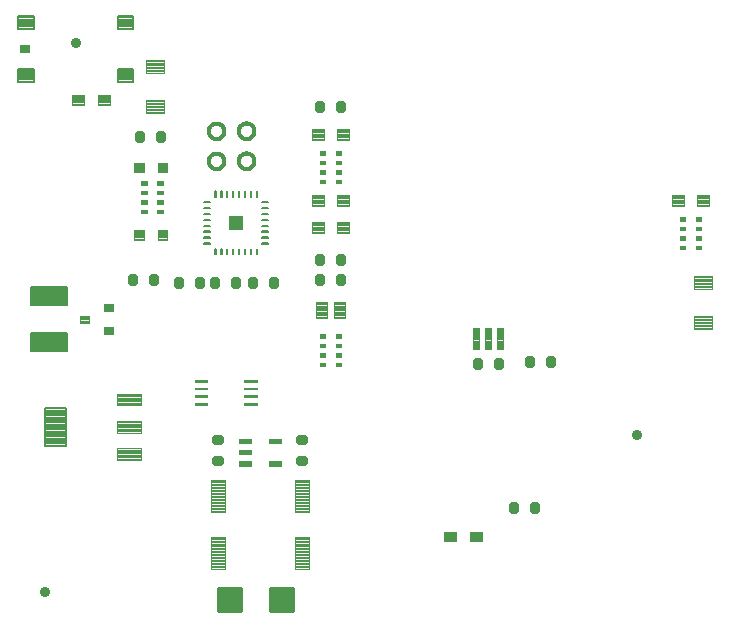
<source format=gtp>
G04 EAGLE Gerber X2 export*
%TF.Part,Single*%
%TF.FileFunction,Paste,Top*%
%TF.FilePolarity,Positive*%
%TF.GenerationSoftware,Autodesk,EAGLE,9.0.1*%
%TF.CreationDate,2019-02-14T11:46:10Z*%
G75*
%MOMM*%
%FSLAX34Y34*%
%LPD*%
%AMOC8*
5,1,8,0,0,1.08239X$1,22.5*%
G01*
%ADD10C,0.304800*%
%ADD11C,0.637437*%
%ADD12C,0.126000*%
%ADD13C,0.108000*%
%ADD14C,0.216000*%
%ADD15C,0.914400*%
%ADD16C,0.109728*%
%ADD17C,0.198000*%
%ADD18C,0.171000*%
%ADD19C,0.089153*%
%ADD20C,0.142719*%
%ADD21R,1.270000X1.270000*%
%ADD22C,0.089838*%
%ADD23C,0.105156*%
%ADD24C,0.079678*%
%ADD25C,0.067453*%
%ADD26C,0.189000*%
%ADD27R,0.889000X0.762000*%
%ADD28C,0.089759*%
%ADD29C,0.080709*%


D10*
X176276Y398780D02*
X176278Y398942D01*
X176284Y399104D01*
X176294Y399266D01*
X176308Y399427D01*
X176326Y399588D01*
X176347Y399749D01*
X176373Y399909D01*
X176403Y400068D01*
X176436Y400227D01*
X176474Y400385D01*
X176515Y400541D01*
X176560Y400697D01*
X176609Y400852D01*
X176662Y401005D01*
X176719Y401157D01*
X176779Y401307D01*
X176843Y401456D01*
X176910Y401604D01*
X176981Y401749D01*
X177056Y401893D01*
X177134Y402035D01*
X177216Y402175D01*
X177301Y402313D01*
X177389Y402449D01*
X177481Y402583D01*
X177576Y402714D01*
X177674Y402843D01*
X177775Y402970D01*
X177879Y403094D01*
X177987Y403215D01*
X178097Y403334D01*
X178210Y403450D01*
X178326Y403563D01*
X178445Y403673D01*
X178566Y403781D01*
X178690Y403885D01*
X178817Y403986D01*
X178946Y404084D01*
X179077Y404179D01*
X179211Y404271D01*
X179347Y404359D01*
X179485Y404444D01*
X179625Y404526D01*
X179767Y404604D01*
X179911Y404679D01*
X180056Y404750D01*
X180204Y404817D01*
X180353Y404881D01*
X180503Y404941D01*
X180655Y404998D01*
X180808Y405051D01*
X180963Y405100D01*
X181119Y405145D01*
X181275Y405186D01*
X181433Y405224D01*
X181592Y405257D01*
X181751Y405287D01*
X181911Y405313D01*
X182072Y405334D01*
X182233Y405352D01*
X182394Y405366D01*
X182556Y405376D01*
X182718Y405382D01*
X182880Y405384D01*
X183042Y405382D01*
X183204Y405376D01*
X183366Y405366D01*
X183527Y405352D01*
X183688Y405334D01*
X183849Y405313D01*
X184009Y405287D01*
X184168Y405257D01*
X184327Y405224D01*
X184485Y405186D01*
X184641Y405145D01*
X184797Y405100D01*
X184952Y405051D01*
X185105Y404998D01*
X185257Y404941D01*
X185407Y404881D01*
X185556Y404817D01*
X185704Y404750D01*
X185849Y404679D01*
X185993Y404604D01*
X186135Y404526D01*
X186275Y404444D01*
X186413Y404359D01*
X186549Y404271D01*
X186683Y404179D01*
X186814Y404084D01*
X186943Y403986D01*
X187070Y403885D01*
X187194Y403781D01*
X187315Y403673D01*
X187434Y403563D01*
X187550Y403450D01*
X187663Y403334D01*
X187773Y403215D01*
X187881Y403094D01*
X187985Y402970D01*
X188086Y402843D01*
X188184Y402714D01*
X188279Y402583D01*
X188371Y402449D01*
X188459Y402313D01*
X188544Y402175D01*
X188626Y402035D01*
X188704Y401893D01*
X188779Y401749D01*
X188850Y401604D01*
X188917Y401456D01*
X188981Y401307D01*
X189041Y401157D01*
X189098Y401005D01*
X189151Y400852D01*
X189200Y400697D01*
X189245Y400541D01*
X189286Y400385D01*
X189324Y400227D01*
X189357Y400068D01*
X189387Y399909D01*
X189413Y399749D01*
X189434Y399588D01*
X189452Y399427D01*
X189466Y399266D01*
X189476Y399104D01*
X189482Y398942D01*
X189484Y398780D01*
X189482Y398618D01*
X189476Y398456D01*
X189466Y398294D01*
X189452Y398133D01*
X189434Y397972D01*
X189413Y397811D01*
X189387Y397651D01*
X189357Y397492D01*
X189324Y397333D01*
X189286Y397175D01*
X189245Y397019D01*
X189200Y396863D01*
X189151Y396708D01*
X189098Y396555D01*
X189041Y396403D01*
X188981Y396253D01*
X188917Y396104D01*
X188850Y395956D01*
X188779Y395811D01*
X188704Y395667D01*
X188626Y395525D01*
X188544Y395385D01*
X188459Y395247D01*
X188371Y395111D01*
X188279Y394977D01*
X188184Y394846D01*
X188086Y394717D01*
X187985Y394590D01*
X187881Y394466D01*
X187773Y394345D01*
X187663Y394226D01*
X187550Y394110D01*
X187434Y393997D01*
X187315Y393887D01*
X187194Y393779D01*
X187070Y393675D01*
X186943Y393574D01*
X186814Y393476D01*
X186683Y393381D01*
X186549Y393289D01*
X186413Y393201D01*
X186275Y393116D01*
X186135Y393034D01*
X185993Y392956D01*
X185849Y392881D01*
X185704Y392810D01*
X185556Y392743D01*
X185407Y392679D01*
X185257Y392619D01*
X185105Y392562D01*
X184952Y392509D01*
X184797Y392460D01*
X184641Y392415D01*
X184485Y392374D01*
X184327Y392336D01*
X184168Y392303D01*
X184009Y392273D01*
X183849Y392247D01*
X183688Y392226D01*
X183527Y392208D01*
X183366Y392194D01*
X183204Y392184D01*
X183042Y392178D01*
X182880Y392176D01*
X182718Y392178D01*
X182556Y392184D01*
X182394Y392194D01*
X182233Y392208D01*
X182072Y392226D01*
X181911Y392247D01*
X181751Y392273D01*
X181592Y392303D01*
X181433Y392336D01*
X181275Y392374D01*
X181119Y392415D01*
X180963Y392460D01*
X180808Y392509D01*
X180655Y392562D01*
X180503Y392619D01*
X180353Y392679D01*
X180204Y392743D01*
X180056Y392810D01*
X179911Y392881D01*
X179767Y392956D01*
X179625Y393034D01*
X179485Y393116D01*
X179347Y393201D01*
X179211Y393289D01*
X179077Y393381D01*
X178946Y393476D01*
X178817Y393574D01*
X178690Y393675D01*
X178566Y393779D01*
X178445Y393887D01*
X178326Y393997D01*
X178210Y394110D01*
X178097Y394226D01*
X177987Y394345D01*
X177879Y394466D01*
X177775Y394590D01*
X177674Y394717D01*
X177576Y394846D01*
X177481Y394977D01*
X177389Y395111D01*
X177301Y395247D01*
X177216Y395385D01*
X177134Y395525D01*
X177056Y395667D01*
X176981Y395811D01*
X176910Y395956D01*
X176843Y396104D01*
X176779Y396253D01*
X176719Y396403D01*
X176662Y396555D01*
X176609Y396708D01*
X176560Y396863D01*
X176515Y397019D01*
X176474Y397175D01*
X176436Y397333D01*
X176403Y397492D01*
X176373Y397651D01*
X176347Y397811D01*
X176326Y397972D01*
X176308Y398133D01*
X176294Y398294D01*
X176284Y398456D01*
X176278Y398618D01*
X176276Y398780D01*
X201657Y398780D02*
X201659Y398943D01*
X201665Y399105D01*
X201675Y399267D01*
X201689Y399429D01*
X201707Y399591D01*
X201729Y399752D01*
X201755Y399912D01*
X201784Y400072D01*
X201818Y400231D01*
X201855Y400389D01*
X201897Y400546D01*
X201942Y400703D01*
X201991Y400858D01*
X202044Y401011D01*
X202101Y401164D01*
X202161Y401315D01*
X202225Y401464D01*
X202293Y401612D01*
X202364Y401758D01*
X202439Y401902D01*
X202517Y402044D01*
X202599Y402185D01*
X202685Y402323D01*
X202773Y402460D01*
X202865Y402594D01*
X202960Y402725D01*
X203059Y402855D01*
X203160Y402982D01*
X203265Y403106D01*
X203373Y403228D01*
X203483Y403347D01*
X203597Y403463D01*
X203713Y403577D01*
X203832Y403687D01*
X203954Y403795D01*
X204078Y403900D01*
X204205Y404001D01*
X204335Y404100D01*
X204466Y404195D01*
X204600Y404287D01*
X204737Y404375D01*
X204875Y404461D01*
X205016Y404543D01*
X205158Y404621D01*
X205302Y404696D01*
X205448Y404767D01*
X205596Y404835D01*
X205745Y404899D01*
X205896Y404959D01*
X206049Y405016D01*
X206202Y405069D01*
X206357Y405118D01*
X206514Y405163D01*
X206671Y405205D01*
X206829Y405242D01*
X206988Y405276D01*
X207148Y405305D01*
X207308Y405331D01*
X207469Y405353D01*
X207631Y405371D01*
X207793Y405385D01*
X207955Y405395D01*
X208117Y405401D01*
X208280Y405403D01*
X208443Y405401D01*
X208605Y405395D01*
X208767Y405385D01*
X208929Y405371D01*
X209091Y405353D01*
X209252Y405331D01*
X209412Y405305D01*
X209572Y405276D01*
X209731Y405242D01*
X209889Y405205D01*
X210046Y405163D01*
X210203Y405118D01*
X210358Y405069D01*
X210511Y405016D01*
X210664Y404959D01*
X210815Y404899D01*
X210964Y404835D01*
X211112Y404767D01*
X211258Y404696D01*
X211402Y404621D01*
X211544Y404543D01*
X211685Y404461D01*
X211823Y404375D01*
X211960Y404287D01*
X212094Y404195D01*
X212225Y404100D01*
X212355Y404001D01*
X212482Y403900D01*
X212606Y403795D01*
X212728Y403687D01*
X212847Y403577D01*
X212963Y403463D01*
X213077Y403347D01*
X213187Y403228D01*
X213295Y403106D01*
X213400Y402982D01*
X213501Y402855D01*
X213600Y402725D01*
X213695Y402594D01*
X213787Y402460D01*
X213875Y402323D01*
X213961Y402185D01*
X214043Y402044D01*
X214121Y401902D01*
X214196Y401758D01*
X214267Y401612D01*
X214335Y401464D01*
X214399Y401315D01*
X214459Y401164D01*
X214516Y401011D01*
X214569Y400858D01*
X214618Y400703D01*
X214663Y400546D01*
X214705Y400389D01*
X214742Y400231D01*
X214776Y400072D01*
X214805Y399912D01*
X214831Y399752D01*
X214853Y399591D01*
X214871Y399429D01*
X214885Y399267D01*
X214895Y399105D01*
X214901Y398943D01*
X214903Y398780D01*
X214901Y398617D01*
X214895Y398455D01*
X214885Y398293D01*
X214871Y398131D01*
X214853Y397969D01*
X214831Y397808D01*
X214805Y397648D01*
X214776Y397488D01*
X214742Y397329D01*
X214705Y397171D01*
X214663Y397014D01*
X214618Y396857D01*
X214569Y396702D01*
X214516Y396549D01*
X214459Y396396D01*
X214399Y396245D01*
X214335Y396096D01*
X214267Y395948D01*
X214196Y395802D01*
X214121Y395658D01*
X214043Y395516D01*
X213961Y395375D01*
X213875Y395237D01*
X213787Y395100D01*
X213695Y394966D01*
X213600Y394835D01*
X213501Y394705D01*
X213400Y394578D01*
X213295Y394454D01*
X213187Y394332D01*
X213077Y394213D01*
X212963Y394097D01*
X212847Y393983D01*
X212728Y393873D01*
X212606Y393765D01*
X212482Y393660D01*
X212355Y393559D01*
X212225Y393460D01*
X212094Y393365D01*
X211960Y393273D01*
X211823Y393185D01*
X211685Y393099D01*
X211544Y393017D01*
X211402Y392939D01*
X211258Y392864D01*
X211112Y392793D01*
X210964Y392725D01*
X210815Y392661D01*
X210664Y392601D01*
X210511Y392544D01*
X210358Y392491D01*
X210203Y392442D01*
X210046Y392397D01*
X209889Y392355D01*
X209731Y392318D01*
X209572Y392284D01*
X209412Y392255D01*
X209252Y392229D01*
X209091Y392207D01*
X208929Y392189D01*
X208767Y392175D01*
X208605Y392165D01*
X208443Y392159D01*
X208280Y392157D01*
X208117Y392159D01*
X207955Y392165D01*
X207793Y392175D01*
X207631Y392189D01*
X207469Y392207D01*
X207308Y392229D01*
X207148Y392255D01*
X206988Y392284D01*
X206829Y392318D01*
X206671Y392355D01*
X206514Y392397D01*
X206357Y392442D01*
X206202Y392491D01*
X206049Y392544D01*
X205896Y392601D01*
X205745Y392661D01*
X205596Y392725D01*
X205448Y392793D01*
X205302Y392864D01*
X205158Y392939D01*
X205016Y393017D01*
X204875Y393099D01*
X204737Y393185D01*
X204600Y393273D01*
X204466Y393365D01*
X204335Y393460D01*
X204205Y393559D01*
X204078Y393660D01*
X203954Y393765D01*
X203832Y393873D01*
X203713Y393983D01*
X203597Y394097D01*
X203483Y394213D01*
X203373Y394332D01*
X203265Y394454D01*
X203160Y394578D01*
X203059Y394705D01*
X202960Y394835D01*
X202865Y394966D01*
X202773Y395100D01*
X202685Y395237D01*
X202599Y395375D01*
X202517Y395516D01*
X202439Y395658D01*
X202364Y395802D01*
X202293Y395948D01*
X202225Y396096D01*
X202161Y396245D01*
X202101Y396396D01*
X202044Y396549D01*
X201991Y396702D01*
X201942Y396857D01*
X201897Y397014D01*
X201855Y397171D01*
X201818Y397329D01*
X201784Y397488D01*
X201755Y397648D01*
X201729Y397808D01*
X201707Y397969D01*
X201689Y398131D01*
X201675Y398293D01*
X201665Y398455D01*
X201659Y398617D01*
X201657Y398780D01*
X176276Y424180D02*
X176278Y424342D01*
X176284Y424504D01*
X176294Y424666D01*
X176308Y424827D01*
X176326Y424988D01*
X176347Y425149D01*
X176373Y425309D01*
X176403Y425468D01*
X176436Y425627D01*
X176474Y425785D01*
X176515Y425941D01*
X176560Y426097D01*
X176609Y426252D01*
X176662Y426405D01*
X176719Y426557D01*
X176779Y426707D01*
X176843Y426856D01*
X176910Y427004D01*
X176981Y427149D01*
X177056Y427293D01*
X177134Y427435D01*
X177216Y427575D01*
X177301Y427713D01*
X177389Y427849D01*
X177481Y427983D01*
X177576Y428114D01*
X177674Y428243D01*
X177775Y428370D01*
X177879Y428494D01*
X177987Y428615D01*
X178097Y428734D01*
X178210Y428850D01*
X178326Y428963D01*
X178445Y429073D01*
X178566Y429181D01*
X178690Y429285D01*
X178817Y429386D01*
X178946Y429484D01*
X179077Y429579D01*
X179211Y429671D01*
X179347Y429759D01*
X179485Y429844D01*
X179625Y429926D01*
X179767Y430004D01*
X179911Y430079D01*
X180056Y430150D01*
X180204Y430217D01*
X180353Y430281D01*
X180503Y430341D01*
X180655Y430398D01*
X180808Y430451D01*
X180963Y430500D01*
X181119Y430545D01*
X181275Y430586D01*
X181433Y430624D01*
X181592Y430657D01*
X181751Y430687D01*
X181911Y430713D01*
X182072Y430734D01*
X182233Y430752D01*
X182394Y430766D01*
X182556Y430776D01*
X182718Y430782D01*
X182880Y430784D01*
X183042Y430782D01*
X183204Y430776D01*
X183366Y430766D01*
X183527Y430752D01*
X183688Y430734D01*
X183849Y430713D01*
X184009Y430687D01*
X184168Y430657D01*
X184327Y430624D01*
X184485Y430586D01*
X184641Y430545D01*
X184797Y430500D01*
X184952Y430451D01*
X185105Y430398D01*
X185257Y430341D01*
X185407Y430281D01*
X185556Y430217D01*
X185704Y430150D01*
X185849Y430079D01*
X185993Y430004D01*
X186135Y429926D01*
X186275Y429844D01*
X186413Y429759D01*
X186549Y429671D01*
X186683Y429579D01*
X186814Y429484D01*
X186943Y429386D01*
X187070Y429285D01*
X187194Y429181D01*
X187315Y429073D01*
X187434Y428963D01*
X187550Y428850D01*
X187663Y428734D01*
X187773Y428615D01*
X187881Y428494D01*
X187985Y428370D01*
X188086Y428243D01*
X188184Y428114D01*
X188279Y427983D01*
X188371Y427849D01*
X188459Y427713D01*
X188544Y427575D01*
X188626Y427435D01*
X188704Y427293D01*
X188779Y427149D01*
X188850Y427004D01*
X188917Y426856D01*
X188981Y426707D01*
X189041Y426557D01*
X189098Y426405D01*
X189151Y426252D01*
X189200Y426097D01*
X189245Y425941D01*
X189286Y425785D01*
X189324Y425627D01*
X189357Y425468D01*
X189387Y425309D01*
X189413Y425149D01*
X189434Y424988D01*
X189452Y424827D01*
X189466Y424666D01*
X189476Y424504D01*
X189482Y424342D01*
X189484Y424180D01*
X189482Y424018D01*
X189476Y423856D01*
X189466Y423694D01*
X189452Y423533D01*
X189434Y423372D01*
X189413Y423211D01*
X189387Y423051D01*
X189357Y422892D01*
X189324Y422733D01*
X189286Y422575D01*
X189245Y422419D01*
X189200Y422263D01*
X189151Y422108D01*
X189098Y421955D01*
X189041Y421803D01*
X188981Y421653D01*
X188917Y421504D01*
X188850Y421356D01*
X188779Y421211D01*
X188704Y421067D01*
X188626Y420925D01*
X188544Y420785D01*
X188459Y420647D01*
X188371Y420511D01*
X188279Y420377D01*
X188184Y420246D01*
X188086Y420117D01*
X187985Y419990D01*
X187881Y419866D01*
X187773Y419745D01*
X187663Y419626D01*
X187550Y419510D01*
X187434Y419397D01*
X187315Y419287D01*
X187194Y419179D01*
X187070Y419075D01*
X186943Y418974D01*
X186814Y418876D01*
X186683Y418781D01*
X186549Y418689D01*
X186413Y418601D01*
X186275Y418516D01*
X186135Y418434D01*
X185993Y418356D01*
X185849Y418281D01*
X185704Y418210D01*
X185556Y418143D01*
X185407Y418079D01*
X185257Y418019D01*
X185105Y417962D01*
X184952Y417909D01*
X184797Y417860D01*
X184641Y417815D01*
X184485Y417774D01*
X184327Y417736D01*
X184168Y417703D01*
X184009Y417673D01*
X183849Y417647D01*
X183688Y417626D01*
X183527Y417608D01*
X183366Y417594D01*
X183204Y417584D01*
X183042Y417578D01*
X182880Y417576D01*
X182718Y417578D01*
X182556Y417584D01*
X182394Y417594D01*
X182233Y417608D01*
X182072Y417626D01*
X181911Y417647D01*
X181751Y417673D01*
X181592Y417703D01*
X181433Y417736D01*
X181275Y417774D01*
X181119Y417815D01*
X180963Y417860D01*
X180808Y417909D01*
X180655Y417962D01*
X180503Y418019D01*
X180353Y418079D01*
X180204Y418143D01*
X180056Y418210D01*
X179911Y418281D01*
X179767Y418356D01*
X179625Y418434D01*
X179485Y418516D01*
X179347Y418601D01*
X179211Y418689D01*
X179077Y418781D01*
X178946Y418876D01*
X178817Y418974D01*
X178690Y419075D01*
X178566Y419179D01*
X178445Y419287D01*
X178326Y419397D01*
X178210Y419510D01*
X178097Y419626D01*
X177987Y419745D01*
X177879Y419866D01*
X177775Y419990D01*
X177674Y420117D01*
X177576Y420246D01*
X177481Y420377D01*
X177389Y420511D01*
X177301Y420647D01*
X177216Y420785D01*
X177134Y420925D01*
X177056Y421067D01*
X176981Y421211D01*
X176910Y421356D01*
X176843Y421504D01*
X176779Y421653D01*
X176719Y421803D01*
X176662Y421955D01*
X176609Y422108D01*
X176560Y422263D01*
X176515Y422419D01*
X176474Y422575D01*
X176436Y422733D01*
X176403Y422892D01*
X176373Y423051D01*
X176347Y423211D01*
X176326Y423372D01*
X176308Y423533D01*
X176294Y423694D01*
X176284Y423856D01*
X176278Y424018D01*
X176276Y424180D01*
X201657Y424180D02*
X201659Y424343D01*
X201665Y424505D01*
X201675Y424667D01*
X201689Y424829D01*
X201707Y424991D01*
X201729Y425152D01*
X201755Y425312D01*
X201784Y425472D01*
X201818Y425631D01*
X201855Y425789D01*
X201897Y425946D01*
X201942Y426103D01*
X201991Y426258D01*
X202044Y426411D01*
X202101Y426564D01*
X202161Y426715D01*
X202225Y426864D01*
X202293Y427012D01*
X202364Y427158D01*
X202439Y427302D01*
X202517Y427444D01*
X202599Y427585D01*
X202685Y427723D01*
X202773Y427860D01*
X202865Y427994D01*
X202960Y428125D01*
X203059Y428255D01*
X203160Y428382D01*
X203265Y428506D01*
X203373Y428628D01*
X203483Y428747D01*
X203597Y428863D01*
X203713Y428977D01*
X203832Y429087D01*
X203954Y429195D01*
X204078Y429300D01*
X204205Y429401D01*
X204335Y429500D01*
X204466Y429595D01*
X204600Y429687D01*
X204737Y429775D01*
X204875Y429861D01*
X205016Y429943D01*
X205158Y430021D01*
X205302Y430096D01*
X205448Y430167D01*
X205596Y430235D01*
X205745Y430299D01*
X205896Y430359D01*
X206049Y430416D01*
X206202Y430469D01*
X206357Y430518D01*
X206514Y430563D01*
X206671Y430605D01*
X206829Y430642D01*
X206988Y430676D01*
X207148Y430705D01*
X207308Y430731D01*
X207469Y430753D01*
X207631Y430771D01*
X207793Y430785D01*
X207955Y430795D01*
X208117Y430801D01*
X208280Y430803D01*
X208443Y430801D01*
X208605Y430795D01*
X208767Y430785D01*
X208929Y430771D01*
X209091Y430753D01*
X209252Y430731D01*
X209412Y430705D01*
X209572Y430676D01*
X209731Y430642D01*
X209889Y430605D01*
X210046Y430563D01*
X210203Y430518D01*
X210358Y430469D01*
X210511Y430416D01*
X210664Y430359D01*
X210815Y430299D01*
X210964Y430235D01*
X211112Y430167D01*
X211258Y430096D01*
X211402Y430021D01*
X211544Y429943D01*
X211685Y429861D01*
X211823Y429775D01*
X211960Y429687D01*
X212094Y429595D01*
X212225Y429500D01*
X212355Y429401D01*
X212482Y429300D01*
X212606Y429195D01*
X212728Y429087D01*
X212847Y428977D01*
X212963Y428863D01*
X213077Y428747D01*
X213187Y428628D01*
X213295Y428506D01*
X213400Y428382D01*
X213501Y428255D01*
X213600Y428125D01*
X213695Y427994D01*
X213787Y427860D01*
X213875Y427723D01*
X213961Y427585D01*
X214043Y427444D01*
X214121Y427302D01*
X214196Y427158D01*
X214267Y427012D01*
X214335Y426864D01*
X214399Y426715D01*
X214459Y426564D01*
X214516Y426411D01*
X214569Y426258D01*
X214618Y426103D01*
X214663Y425946D01*
X214705Y425789D01*
X214742Y425631D01*
X214776Y425472D01*
X214805Y425312D01*
X214831Y425152D01*
X214853Y424991D01*
X214871Y424829D01*
X214885Y424667D01*
X214895Y424505D01*
X214901Y424343D01*
X214903Y424180D01*
X214901Y424017D01*
X214895Y423855D01*
X214885Y423693D01*
X214871Y423531D01*
X214853Y423369D01*
X214831Y423208D01*
X214805Y423048D01*
X214776Y422888D01*
X214742Y422729D01*
X214705Y422571D01*
X214663Y422414D01*
X214618Y422257D01*
X214569Y422102D01*
X214516Y421949D01*
X214459Y421796D01*
X214399Y421645D01*
X214335Y421496D01*
X214267Y421348D01*
X214196Y421202D01*
X214121Y421058D01*
X214043Y420916D01*
X213961Y420775D01*
X213875Y420637D01*
X213787Y420500D01*
X213695Y420366D01*
X213600Y420235D01*
X213501Y420105D01*
X213400Y419978D01*
X213295Y419854D01*
X213187Y419732D01*
X213077Y419613D01*
X212963Y419497D01*
X212847Y419383D01*
X212728Y419273D01*
X212606Y419165D01*
X212482Y419060D01*
X212355Y418959D01*
X212225Y418860D01*
X212094Y418765D01*
X211960Y418673D01*
X211823Y418585D01*
X211685Y418499D01*
X211544Y418417D01*
X211402Y418339D01*
X211258Y418264D01*
X211112Y418193D01*
X210964Y418125D01*
X210815Y418061D01*
X210664Y418001D01*
X210511Y417944D01*
X210358Y417891D01*
X210203Y417842D01*
X210046Y417797D01*
X209889Y417755D01*
X209731Y417718D01*
X209572Y417684D01*
X209412Y417655D01*
X209252Y417629D01*
X209091Y417607D01*
X208929Y417589D01*
X208767Y417575D01*
X208605Y417565D01*
X208443Y417559D01*
X208280Y417557D01*
X208117Y417559D01*
X207955Y417565D01*
X207793Y417575D01*
X207631Y417589D01*
X207469Y417607D01*
X207308Y417629D01*
X207148Y417655D01*
X206988Y417684D01*
X206829Y417718D01*
X206671Y417755D01*
X206514Y417797D01*
X206357Y417842D01*
X206202Y417891D01*
X206049Y417944D01*
X205896Y418001D01*
X205745Y418061D01*
X205596Y418125D01*
X205448Y418193D01*
X205302Y418264D01*
X205158Y418339D01*
X205016Y418417D01*
X204875Y418499D01*
X204737Y418585D01*
X204600Y418673D01*
X204466Y418765D01*
X204335Y418860D01*
X204205Y418959D01*
X204078Y419060D01*
X203954Y419165D01*
X203832Y419273D01*
X203713Y419383D01*
X203597Y419497D01*
X203483Y419613D01*
X203373Y419732D01*
X203265Y419854D01*
X203160Y419978D01*
X203059Y420105D01*
X202960Y420235D01*
X202865Y420366D01*
X202773Y420500D01*
X202685Y420637D01*
X202599Y420775D01*
X202517Y420916D01*
X202439Y421058D01*
X202364Y421202D01*
X202293Y421348D01*
X202225Y421496D01*
X202161Y421645D01*
X202101Y421796D01*
X202044Y421949D01*
X201991Y422102D01*
X201942Y422257D01*
X201897Y422414D01*
X201855Y422571D01*
X201818Y422729D01*
X201784Y422888D01*
X201755Y423048D01*
X201729Y423208D01*
X201707Y423369D01*
X201689Y423531D01*
X201675Y423693D01*
X201665Y423855D01*
X201659Y424017D01*
X201657Y424180D01*
D11*
X128743Y300255D02*
X128743Y296645D01*
X128743Y300255D02*
X130337Y300255D01*
X130337Y296645D01*
X128743Y296645D01*
X110963Y296645D02*
X110963Y300255D01*
X112557Y300255D01*
X112557Y296645D01*
X110963Y296645D01*
D12*
X260940Y81110D02*
X260940Y53770D01*
X249600Y53770D01*
X249600Y81110D01*
X260940Y81110D01*
X260940Y55029D02*
X249600Y55029D01*
X249600Y56288D02*
X260940Y56288D01*
X260940Y57547D02*
X249600Y57547D01*
X249600Y58806D02*
X260940Y58806D01*
X260940Y60065D02*
X249600Y60065D01*
X249600Y61324D02*
X260940Y61324D01*
X260940Y62583D02*
X249600Y62583D01*
X249600Y63842D02*
X260940Y63842D01*
X260940Y65101D02*
X249600Y65101D01*
X249600Y66360D02*
X260940Y66360D01*
X260940Y67619D02*
X249600Y67619D01*
X249600Y68878D02*
X260940Y68878D01*
X260940Y70137D02*
X249600Y70137D01*
X249600Y71396D02*
X260940Y71396D01*
X260940Y72655D02*
X249600Y72655D01*
X249600Y73914D02*
X260940Y73914D01*
X260940Y75173D02*
X249600Y75173D01*
X249600Y76432D02*
X260940Y76432D01*
X260940Y77691D02*
X249600Y77691D01*
X249600Y78950D02*
X260940Y78950D01*
X260940Y80209D02*
X249600Y80209D01*
X260940Y101770D02*
X260940Y129110D01*
X260940Y101770D02*
X249600Y101770D01*
X249600Y129110D01*
X260940Y129110D01*
X260940Y103029D02*
X249600Y103029D01*
X249600Y104288D02*
X260940Y104288D01*
X260940Y105547D02*
X249600Y105547D01*
X249600Y106806D02*
X260940Y106806D01*
X260940Y108065D02*
X249600Y108065D01*
X249600Y109324D02*
X260940Y109324D01*
X260940Y110583D02*
X249600Y110583D01*
X249600Y111842D02*
X260940Y111842D01*
X260940Y113101D02*
X249600Y113101D01*
X249600Y114360D02*
X260940Y114360D01*
X260940Y115619D02*
X249600Y115619D01*
X249600Y116878D02*
X260940Y116878D01*
X260940Y118137D02*
X249600Y118137D01*
X249600Y119396D02*
X260940Y119396D01*
X260940Y120655D02*
X249600Y120655D01*
X249600Y121914D02*
X260940Y121914D01*
X260940Y123173D02*
X249600Y123173D01*
X249600Y124432D02*
X260940Y124432D01*
X260940Y125691D02*
X249600Y125691D01*
X249600Y126950D02*
X260940Y126950D01*
X260940Y128209D02*
X249600Y128209D01*
X189820Y81110D02*
X189820Y53770D01*
X178480Y53770D01*
X178480Y81110D01*
X189820Y81110D01*
X189820Y55029D02*
X178480Y55029D01*
X178480Y56288D02*
X189820Y56288D01*
X189820Y57547D02*
X178480Y57547D01*
X178480Y58806D02*
X189820Y58806D01*
X189820Y60065D02*
X178480Y60065D01*
X178480Y61324D02*
X189820Y61324D01*
X189820Y62583D02*
X178480Y62583D01*
X178480Y63842D02*
X189820Y63842D01*
X189820Y65101D02*
X178480Y65101D01*
X178480Y66360D02*
X189820Y66360D01*
X189820Y67619D02*
X178480Y67619D01*
X178480Y68878D02*
X189820Y68878D01*
X189820Y70137D02*
X178480Y70137D01*
X178480Y71396D02*
X189820Y71396D01*
X189820Y72655D02*
X178480Y72655D01*
X178480Y73914D02*
X189820Y73914D01*
X189820Y75173D02*
X178480Y75173D01*
X178480Y76432D02*
X189820Y76432D01*
X189820Y77691D02*
X178480Y77691D01*
X178480Y78950D02*
X189820Y78950D01*
X189820Y80209D02*
X178480Y80209D01*
X189820Y101770D02*
X189820Y129110D01*
X189820Y101770D02*
X178480Y101770D01*
X178480Y129110D01*
X189820Y129110D01*
X189820Y103029D02*
X178480Y103029D01*
X178480Y104288D02*
X189820Y104288D01*
X189820Y105547D02*
X178480Y105547D01*
X178480Y106806D02*
X189820Y106806D01*
X189820Y108065D02*
X178480Y108065D01*
X178480Y109324D02*
X189820Y109324D01*
X189820Y110583D02*
X178480Y110583D01*
X178480Y111842D02*
X189820Y111842D01*
X189820Y113101D02*
X178480Y113101D01*
X178480Y114360D02*
X189820Y114360D01*
X189820Y115619D02*
X178480Y115619D01*
X178480Y116878D02*
X189820Y116878D01*
X189820Y118137D02*
X178480Y118137D01*
X178480Y119396D02*
X189820Y119396D01*
X189820Y120655D02*
X178480Y120655D01*
X178480Y121914D02*
X189820Y121914D01*
X189820Y123173D02*
X178480Y123173D01*
X178480Y124432D02*
X189820Y124432D01*
X189820Y125691D02*
X178480Y125691D01*
X178480Y126950D02*
X189820Y126950D01*
X189820Y128209D02*
X178480Y128209D01*
D13*
X589840Y360900D02*
X589840Y370620D01*
X599560Y370620D01*
X599560Y360900D01*
X589840Y360900D01*
X589840Y361979D02*
X599560Y361979D01*
X599560Y363058D02*
X589840Y363058D01*
X589840Y364137D02*
X599560Y364137D01*
X599560Y365216D02*
X589840Y365216D01*
X589840Y366295D02*
X599560Y366295D01*
X599560Y367374D02*
X589840Y367374D01*
X589840Y368453D02*
X599560Y368453D01*
X599560Y369532D02*
X589840Y369532D01*
X589840Y370611D02*
X599560Y370611D01*
X568840Y370620D02*
X568840Y360900D01*
X568840Y370620D02*
X578560Y370620D01*
X578560Y360900D01*
X568840Y360900D01*
X568840Y361979D02*
X578560Y361979D01*
X578560Y363058D02*
X568840Y363058D01*
X568840Y364137D02*
X578560Y364137D01*
X578560Y365216D02*
X568840Y365216D01*
X568840Y366295D02*
X578560Y366295D01*
X578560Y367374D02*
X568840Y367374D01*
X568840Y368453D02*
X578560Y368453D01*
X578560Y369532D02*
X568840Y369532D01*
X568840Y370611D02*
X578560Y370611D01*
X273760Y347760D02*
X273760Y338040D01*
X264040Y338040D01*
X264040Y347760D01*
X273760Y347760D01*
X273760Y339119D02*
X264040Y339119D01*
X264040Y340198D02*
X273760Y340198D01*
X273760Y341277D02*
X264040Y341277D01*
X264040Y342356D02*
X273760Y342356D01*
X273760Y343435D02*
X264040Y343435D01*
X264040Y344514D02*
X273760Y344514D01*
X273760Y345593D02*
X264040Y345593D01*
X264040Y346672D02*
X273760Y346672D01*
X273760Y347751D02*
X264040Y347751D01*
X294760Y347760D02*
X294760Y338040D01*
X285040Y338040D01*
X285040Y347760D01*
X294760Y347760D01*
X294760Y339119D02*
X285040Y339119D01*
X285040Y340198D02*
X294760Y340198D01*
X294760Y341277D02*
X285040Y341277D01*
X285040Y342356D02*
X294760Y342356D01*
X294760Y343435D02*
X285040Y343435D01*
X285040Y344514D02*
X294760Y344514D01*
X294760Y345593D02*
X285040Y345593D01*
X285040Y346672D02*
X294760Y346672D01*
X294760Y347751D02*
X285040Y347751D01*
X273760Y360900D02*
X273760Y370620D01*
X273760Y360900D02*
X264040Y360900D01*
X264040Y370620D01*
X273760Y370620D01*
X273760Y361979D02*
X264040Y361979D01*
X264040Y363058D02*
X273760Y363058D01*
X273760Y364137D02*
X264040Y364137D01*
X264040Y365216D02*
X273760Y365216D01*
X273760Y366295D02*
X264040Y366295D01*
X264040Y367374D02*
X273760Y367374D01*
X273760Y368453D02*
X264040Y368453D01*
X264040Y369532D02*
X273760Y369532D01*
X273760Y370611D02*
X264040Y370611D01*
X294760Y370620D02*
X294760Y360900D01*
X285040Y360900D01*
X285040Y370620D01*
X294760Y370620D01*
X294760Y361979D02*
X285040Y361979D01*
X285040Y363058D02*
X294760Y363058D01*
X294760Y364137D02*
X285040Y364137D01*
X285040Y365216D02*
X294760Y365216D01*
X294760Y366295D02*
X285040Y366295D01*
X285040Y367374D02*
X294760Y367374D01*
X294760Y368453D02*
X285040Y368453D01*
X285040Y369532D02*
X294760Y369532D01*
X294760Y370611D02*
X285040Y370611D01*
D14*
X247620Y37660D02*
X228180Y37660D01*
X247620Y37660D02*
X247620Y18220D01*
X228180Y18220D01*
X228180Y37660D01*
X228180Y20379D02*
X247620Y20379D01*
X247620Y22538D02*
X228180Y22538D01*
X228180Y24697D02*
X247620Y24697D01*
X247620Y26856D02*
X228180Y26856D01*
X228180Y29015D02*
X247620Y29015D01*
X247620Y31174D02*
X228180Y31174D01*
X228180Y33333D02*
X247620Y33333D01*
X247620Y35492D02*
X228180Y35492D01*
X228180Y37651D02*
X247620Y37651D01*
X203620Y37660D02*
X184180Y37660D01*
X203620Y37660D02*
X203620Y18220D01*
X184180Y18220D01*
X184180Y37660D01*
X184180Y20379D02*
X203620Y20379D01*
X203620Y22538D02*
X184180Y22538D01*
X184180Y24697D02*
X203620Y24697D01*
X203620Y26856D02*
X184180Y26856D01*
X184180Y29015D02*
X203620Y29015D01*
X203620Y31174D02*
X184180Y31174D01*
X184180Y33333D02*
X203620Y33333D01*
X203620Y35492D02*
X184180Y35492D01*
X184180Y37651D02*
X203620Y37651D01*
D15*
X63500Y499110D03*
X538400Y167410D03*
X37300Y34100D03*
D16*
X118476Y145938D02*
X118476Y155814D01*
X118476Y145938D02*
X98440Y145938D01*
X98440Y155814D01*
X118476Y155814D01*
X118476Y147034D02*
X98440Y147034D01*
X98440Y148130D02*
X118476Y148130D01*
X118476Y149226D02*
X98440Y149226D01*
X98440Y150322D02*
X118476Y150322D01*
X118476Y151418D02*
X98440Y151418D01*
X98440Y152514D02*
X118476Y152514D01*
X118476Y153610D02*
X98440Y153610D01*
X98440Y154706D02*
X118476Y154706D01*
X118476Y155802D02*
X98440Y155802D01*
X118476Y169052D02*
X118476Y178928D01*
X118476Y169052D02*
X98440Y169052D01*
X98440Y178928D01*
X118476Y178928D01*
X118476Y170148D02*
X98440Y170148D01*
X98440Y171244D02*
X118476Y171244D01*
X118476Y172340D02*
X98440Y172340D01*
X98440Y173436D02*
X118476Y173436D01*
X118476Y174532D02*
X98440Y174532D01*
X98440Y175628D02*
X118476Y175628D01*
X118476Y176724D02*
X98440Y176724D01*
X98440Y177820D02*
X118476Y177820D01*
X118476Y178916D02*
X98440Y178916D01*
X118476Y192166D02*
X118476Y202042D01*
X118476Y192166D02*
X98440Y192166D01*
X98440Y202042D01*
X118476Y202042D01*
X118476Y193262D02*
X98440Y193262D01*
X98440Y194358D02*
X118476Y194358D01*
X118476Y195454D02*
X98440Y195454D01*
X98440Y196550D02*
X118476Y196550D01*
X118476Y197646D02*
X98440Y197646D01*
X98440Y198742D02*
X118476Y198742D01*
X118476Y199838D02*
X98440Y199838D01*
X98440Y200934D02*
X118476Y200934D01*
X118476Y202030D02*
X98440Y202030D01*
D17*
X55390Y189900D02*
X55390Y158080D01*
X37570Y158080D01*
X37570Y189900D01*
X55390Y189900D01*
X55390Y160059D02*
X37570Y160059D01*
X37570Y162038D02*
X55390Y162038D01*
X55390Y164017D02*
X37570Y164017D01*
X37570Y165996D02*
X55390Y165996D01*
X55390Y167975D02*
X37570Y167975D01*
X37570Y169954D02*
X55390Y169954D01*
X55390Y171933D02*
X37570Y171933D01*
X37570Y173912D02*
X55390Y173912D01*
X55390Y175891D02*
X37570Y175891D01*
X37570Y177870D02*
X55390Y177870D01*
X55390Y179849D02*
X37570Y179849D01*
X37570Y181828D02*
X55390Y181828D01*
X55390Y183807D02*
X37570Y183807D01*
X37570Y185786D02*
X55390Y185786D01*
X55390Y187765D02*
X37570Y187765D01*
X37570Y189744D02*
X55390Y189744D01*
D11*
X287493Y442695D02*
X287493Y446305D01*
X289087Y446305D01*
X289087Y442695D01*
X287493Y442695D01*
X269713Y442695D02*
X269713Y446305D01*
X271307Y446305D01*
X271307Y442695D01*
X269713Y442695D01*
D18*
X55835Y253625D02*
X55835Y238235D01*
X25445Y238235D01*
X25445Y253625D01*
X55835Y253625D01*
X55835Y239944D02*
X25445Y239944D01*
X25445Y241653D02*
X55835Y241653D01*
X55835Y243362D02*
X25445Y243362D01*
X25445Y245071D02*
X55835Y245071D01*
X55835Y246780D02*
X25445Y246780D01*
X25445Y248489D02*
X55835Y248489D01*
X55835Y250198D02*
X25445Y250198D01*
X25445Y251907D02*
X55835Y251907D01*
X55835Y253616D02*
X25445Y253616D01*
X55835Y277235D02*
X55835Y292625D01*
X55835Y277235D02*
X25445Y277235D01*
X25445Y292625D01*
X55835Y292625D01*
X55835Y278944D02*
X25445Y278944D01*
X25445Y280653D02*
X55835Y280653D01*
X55835Y282362D02*
X25445Y282362D01*
X25445Y284071D02*
X55835Y284071D01*
X55835Y285780D02*
X25445Y285780D01*
X25445Y287489D02*
X55835Y287489D01*
X55835Y289198D02*
X25445Y289198D01*
X25445Y290907D02*
X55835Y290907D01*
X55835Y292616D02*
X25445Y292616D01*
D11*
X271307Y313155D02*
X271307Y316765D01*
X271307Y313155D02*
X269713Y313155D01*
X269713Y316765D01*
X271307Y316765D01*
X289087Y316765D02*
X289087Y313155D01*
X287493Y313155D01*
X287493Y316765D01*
X289087Y316765D01*
D13*
X285040Y416780D02*
X285040Y426500D01*
X294760Y426500D01*
X294760Y416780D01*
X285040Y416780D01*
X285040Y417859D02*
X294760Y417859D01*
X294760Y418938D02*
X285040Y418938D01*
X285040Y420017D02*
X294760Y420017D01*
X294760Y421096D02*
X285040Y421096D01*
X285040Y422175D02*
X294760Y422175D01*
X294760Y423254D02*
X285040Y423254D01*
X285040Y424333D02*
X294760Y424333D01*
X294760Y425412D02*
X285040Y425412D01*
X285040Y426491D02*
X294760Y426491D01*
X264040Y426500D02*
X264040Y416780D01*
X264040Y426500D02*
X273760Y426500D01*
X273760Y416780D01*
X264040Y416780D01*
X264040Y417859D02*
X273760Y417859D01*
X273760Y418938D02*
X264040Y418938D01*
X264040Y420017D02*
X273760Y420017D01*
X273760Y421096D02*
X264040Y421096D01*
X264040Y422175D02*
X273760Y422175D01*
X273760Y423254D02*
X264040Y423254D01*
X264040Y424333D02*
X273760Y424333D01*
X273760Y425412D02*
X264040Y425412D01*
X264040Y426491D02*
X273760Y426491D01*
D19*
X87949Y258507D02*
X87949Y252541D01*
X87949Y258507D02*
X94931Y258507D01*
X94931Y252541D01*
X87949Y252541D01*
X87949Y253432D02*
X94931Y253432D01*
X94931Y254323D02*
X87949Y254323D01*
X87949Y255214D02*
X94931Y255214D01*
X94931Y256105D02*
X87949Y256105D01*
X87949Y256996D02*
X94931Y256996D01*
X94931Y257887D02*
X87949Y257887D01*
X87949Y271845D02*
X87949Y277811D01*
X94931Y277811D01*
X94931Y271845D01*
X87949Y271845D01*
X87949Y272736D02*
X94931Y272736D01*
X94931Y273627D02*
X87949Y273627D01*
X87949Y274518D02*
X94931Y274518D01*
X94931Y275409D02*
X87949Y275409D01*
X87949Y276300D02*
X94931Y276300D01*
X94931Y277191D02*
X87949Y277191D01*
X67629Y268159D02*
X67629Y262193D01*
X67629Y268159D02*
X74611Y268159D01*
X74611Y262193D01*
X67629Y262193D01*
X67629Y263084D02*
X74611Y263084D01*
X74611Y263975D02*
X67629Y263975D01*
X67629Y264866D02*
X74611Y264866D01*
X74611Y265757D02*
X67629Y265757D01*
X67629Y266648D02*
X74611Y266648D01*
X74611Y267539D02*
X67629Y267539D01*
D11*
X182345Y161763D02*
X185955Y161763D01*
X182345Y161763D02*
X182345Y163357D01*
X185955Y163357D01*
X185955Y161763D01*
X185955Y143983D02*
X182345Y143983D01*
X182345Y145577D01*
X185955Y145577D01*
X185955Y143983D01*
D20*
X182069Y324489D02*
X181711Y324489D01*
X182069Y324489D02*
X182069Y319931D01*
X181711Y319931D01*
X181711Y324489D01*
X181711Y321357D02*
X182069Y321357D01*
X182069Y322783D02*
X181711Y322783D01*
X181711Y324209D02*
X182069Y324209D01*
X186711Y324489D02*
X187069Y324489D01*
X187069Y319931D01*
X186711Y319931D01*
X186711Y324489D01*
X186711Y321357D02*
X187069Y321357D01*
X187069Y322783D02*
X186711Y322783D01*
X186711Y324209D02*
X187069Y324209D01*
X191711Y324489D02*
X192069Y324489D01*
X192069Y319931D01*
X191711Y319931D01*
X191711Y324489D01*
X191711Y321357D02*
X192069Y321357D01*
X192069Y322783D02*
X191711Y322783D01*
X191711Y324209D02*
X192069Y324209D01*
X196711Y324489D02*
X197069Y324489D01*
X197069Y319931D01*
X196711Y319931D01*
X196711Y324489D01*
X196711Y321357D02*
X197069Y321357D01*
X197069Y322783D02*
X196711Y322783D01*
X196711Y324209D02*
X197069Y324209D01*
X201711Y324489D02*
X202069Y324489D01*
X202069Y319931D01*
X201711Y319931D01*
X201711Y324489D01*
X201711Y321357D02*
X202069Y321357D01*
X202069Y322783D02*
X201711Y322783D01*
X201711Y324209D02*
X202069Y324209D01*
X206711Y324489D02*
X207069Y324489D01*
X207069Y319931D01*
X206711Y319931D01*
X206711Y324489D01*
X206711Y321357D02*
X207069Y321357D01*
X207069Y322783D02*
X206711Y322783D01*
X206711Y324209D02*
X207069Y324209D01*
X211711Y324489D02*
X212069Y324489D01*
X212069Y319931D01*
X211711Y319931D01*
X211711Y324489D01*
X211711Y321357D02*
X212069Y321357D01*
X212069Y322783D02*
X211711Y322783D01*
X211711Y324209D02*
X212069Y324209D01*
X216711Y324489D02*
X217069Y324489D01*
X217069Y319931D01*
X216711Y319931D01*
X216711Y324489D01*
X216711Y321357D02*
X217069Y321357D01*
X217069Y322783D02*
X216711Y322783D01*
X216711Y324209D02*
X217069Y324209D01*
X221611Y329031D02*
X221611Y329389D01*
X226169Y329389D01*
X226169Y329031D01*
X221611Y329031D01*
X221611Y334031D02*
X221611Y334389D01*
X226169Y334389D01*
X226169Y334031D01*
X221611Y334031D01*
X221611Y339031D02*
X221611Y339389D01*
X226169Y339389D01*
X226169Y339031D01*
X221611Y339031D01*
X221611Y344031D02*
X221611Y344389D01*
X226169Y344389D01*
X226169Y344031D01*
X221611Y344031D01*
X221611Y349031D02*
X221611Y349389D01*
X226169Y349389D01*
X226169Y349031D01*
X221611Y349031D01*
X221611Y354031D02*
X221611Y354389D01*
X226169Y354389D01*
X226169Y354031D01*
X221611Y354031D01*
X221611Y359031D02*
X221611Y359389D01*
X226169Y359389D01*
X226169Y359031D01*
X221611Y359031D01*
X221611Y364031D02*
X221611Y364389D01*
X226169Y364389D01*
X226169Y364031D01*
X221611Y364031D01*
X217069Y373489D02*
X216711Y373489D01*
X217069Y373489D02*
X217069Y368931D01*
X216711Y368931D01*
X216711Y373489D01*
X216711Y370357D02*
X217069Y370357D01*
X217069Y371783D02*
X216711Y371783D01*
X216711Y373209D02*
X217069Y373209D01*
X212069Y373489D02*
X211711Y373489D01*
X212069Y373489D02*
X212069Y368931D01*
X211711Y368931D01*
X211711Y373489D01*
X211711Y370357D02*
X212069Y370357D01*
X212069Y371783D02*
X211711Y371783D01*
X211711Y373209D02*
X212069Y373209D01*
X207069Y373489D02*
X206711Y373489D01*
X207069Y373489D02*
X207069Y368931D01*
X206711Y368931D01*
X206711Y373489D01*
X206711Y370357D02*
X207069Y370357D01*
X207069Y371783D02*
X206711Y371783D01*
X206711Y373209D02*
X207069Y373209D01*
X202069Y373489D02*
X201711Y373489D01*
X202069Y373489D02*
X202069Y368931D01*
X201711Y368931D01*
X201711Y373489D01*
X201711Y370357D02*
X202069Y370357D01*
X202069Y371783D02*
X201711Y371783D01*
X201711Y373209D02*
X202069Y373209D01*
X197069Y373489D02*
X196711Y373489D01*
X197069Y373489D02*
X197069Y368931D01*
X196711Y368931D01*
X196711Y373489D01*
X196711Y370357D02*
X197069Y370357D01*
X197069Y371783D02*
X196711Y371783D01*
X196711Y373209D02*
X197069Y373209D01*
X192069Y373489D02*
X191711Y373489D01*
X192069Y373489D02*
X192069Y368931D01*
X191711Y368931D01*
X191711Y373489D01*
X191711Y370357D02*
X192069Y370357D01*
X192069Y371783D02*
X191711Y371783D01*
X191711Y373209D02*
X192069Y373209D01*
X187069Y373489D02*
X186711Y373489D01*
X187069Y373489D02*
X187069Y368931D01*
X186711Y368931D01*
X186711Y373489D01*
X186711Y370357D02*
X187069Y370357D01*
X187069Y371783D02*
X186711Y371783D01*
X186711Y373209D02*
X187069Y373209D01*
X182069Y373489D02*
X181711Y373489D01*
X182069Y373489D02*
X182069Y368931D01*
X181711Y368931D01*
X181711Y373489D01*
X181711Y370357D02*
X182069Y370357D01*
X182069Y371783D02*
X181711Y371783D01*
X181711Y373209D02*
X182069Y373209D01*
X172611Y364389D02*
X172611Y364031D01*
X172611Y364389D02*
X177169Y364389D01*
X177169Y364031D01*
X172611Y364031D01*
X172611Y359389D02*
X172611Y359031D01*
X172611Y359389D02*
X177169Y359389D01*
X177169Y359031D01*
X172611Y359031D01*
X172611Y354389D02*
X172611Y354031D01*
X172611Y354389D02*
X177169Y354389D01*
X177169Y354031D01*
X172611Y354031D01*
X172611Y349389D02*
X172611Y349031D01*
X172611Y349389D02*
X177169Y349389D01*
X177169Y349031D01*
X172611Y349031D01*
X172611Y344389D02*
X172611Y344031D01*
X172611Y344389D02*
X177169Y344389D01*
X177169Y344031D01*
X172611Y344031D01*
X172611Y339389D02*
X172611Y339031D01*
X172611Y339389D02*
X177169Y339389D01*
X177169Y339031D01*
X172611Y339031D01*
X172611Y334389D02*
X172611Y334031D01*
X172611Y334389D02*
X177169Y334389D01*
X177169Y334031D01*
X172611Y334031D01*
X172611Y329389D02*
X172611Y329031D01*
X172611Y329389D02*
X177169Y329389D01*
X177169Y329031D01*
X172611Y329031D01*
D21*
X199390Y346710D03*
D11*
X271307Y300255D02*
X271307Y296645D01*
X269713Y296645D01*
X269713Y300255D01*
X271307Y300255D01*
X289087Y300255D02*
X289087Y296645D01*
X287493Y296645D01*
X287493Y300255D01*
X289087Y300255D01*
D22*
X141043Y397743D02*
X132957Y397743D01*
X141043Y397743D02*
X141043Y389657D01*
X132957Y389657D01*
X132957Y397743D01*
X132957Y390554D02*
X141043Y390554D01*
X141043Y391451D02*
X132957Y391451D01*
X132957Y392348D02*
X141043Y392348D01*
X141043Y393245D02*
X132957Y393245D01*
X132957Y394142D02*
X141043Y394142D01*
X141043Y395039D02*
X132957Y395039D01*
X132957Y395936D02*
X141043Y395936D01*
X141043Y396833D02*
X132957Y396833D01*
X132957Y397730D02*
X141043Y397730D01*
X121043Y397743D02*
X112957Y397743D01*
X121043Y397743D02*
X121043Y389657D01*
X112957Y389657D01*
X112957Y397743D01*
X112957Y390554D02*
X121043Y390554D01*
X121043Y391451D02*
X112957Y391451D01*
X112957Y392348D02*
X121043Y392348D01*
X121043Y393245D02*
X112957Y393245D01*
X112957Y394142D02*
X121043Y394142D01*
X121043Y395039D02*
X112957Y395039D01*
X112957Y395936D02*
X121043Y395936D01*
X121043Y396833D02*
X112957Y396833D01*
X112957Y397730D02*
X121043Y397730D01*
X132957Y340593D02*
X141043Y340593D01*
X141043Y332507D01*
X132957Y332507D01*
X132957Y340593D01*
X132957Y333404D02*
X141043Y333404D01*
X141043Y334301D02*
X132957Y334301D01*
X132957Y335198D02*
X141043Y335198D01*
X141043Y336095D02*
X132957Y336095D01*
X132957Y336992D02*
X141043Y336992D01*
X141043Y337889D02*
X132957Y337889D01*
X132957Y338786D02*
X141043Y338786D01*
X141043Y339683D02*
X132957Y339683D01*
X132957Y340580D02*
X141043Y340580D01*
X121043Y340593D02*
X112957Y340593D01*
X121043Y340593D02*
X121043Y332507D01*
X112957Y332507D01*
X112957Y340593D01*
X112957Y333404D02*
X121043Y333404D01*
X121043Y334301D02*
X112957Y334301D01*
X112957Y335198D02*
X121043Y335198D01*
X121043Y336095D02*
X112957Y336095D01*
X112957Y336992D02*
X121043Y336992D01*
X121043Y337889D02*
X112957Y337889D01*
X112957Y338786D02*
X121043Y338786D01*
X121043Y339683D02*
X112957Y339683D01*
X112957Y340580D02*
X121043Y340580D01*
X92243Y454893D02*
X82157Y454893D01*
X92243Y454893D02*
X92243Y446807D01*
X82157Y446807D01*
X82157Y454893D01*
X82157Y447704D02*
X92243Y447704D01*
X92243Y448601D02*
X82157Y448601D01*
X82157Y449498D02*
X92243Y449498D01*
X92243Y450395D02*
X82157Y450395D01*
X82157Y451292D02*
X92243Y451292D01*
X92243Y452189D02*
X82157Y452189D01*
X82157Y453086D02*
X92243Y453086D01*
X92243Y453983D02*
X82157Y453983D01*
X82157Y454880D02*
X92243Y454880D01*
X70243Y454893D02*
X60157Y454893D01*
X70243Y454893D02*
X70243Y446807D01*
X60157Y446807D01*
X60157Y454893D01*
X60157Y447704D02*
X70243Y447704D01*
X70243Y448601D02*
X60157Y448601D01*
X60157Y449498D02*
X70243Y449498D01*
X70243Y450395D02*
X60157Y450395D01*
X60157Y451292D02*
X70243Y451292D01*
X70243Y452189D02*
X60157Y452189D01*
X60157Y453086D02*
X70243Y453086D01*
X70243Y453983D02*
X60157Y453983D01*
X60157Y454880D02*
X70243Y454880D01*
D23*
X267048Y266159D02*
X276512Y266159D01*
X267048Y266159D02*
X267048Y279941D01*
X276512Y279941D01*
X276512Y266159D01*
X276512Y267210D02*
X267048Y267210D01*
X267048Y268261D02*
X276512Y268261D01*
X276512Y269312D02*
X267048Y269312D01*
X267048Y270363D02*
X276512Y270363D01*
X276512Y271414D02*
X267048Y271414D01*
X267048Y272465D02*
X276512Y272465D01*
X276512Y273516D02*
X267048Y273516D01*
X267048Y274567D02*
X276512Y274567D01*
X276512Y275618D02*
X267048Y275618D01*
X267048Y276669D02*
X276512Y276669D01*
X276512Y277720D02*
X267048Y277720D01*
X267048Y278771D02*
X276512Y278771D01*
X276512Y279822D02*
X267048Y279822D01*
X282288Y266159D02*
X291752Y266159D01*
X282288Y266159D02*
X282288Y279941D01*
X291752Y279941D01*
X291752Y266159D01*
X291752Y267210D02*
X282288Y267210D01*
X282288Y268261D02*
X291752Y268261D01*
X291752Y269312D02*
X282288Y269312D01*
X282288Y270363D02*
X291752Y270363D01*
X291752Y271414D02*
X282288Y271414D01*
X282288Y272465D02*
X291752Y272465D01*
X291752Y273516D02*
X282288Y273516D01*
X282288Y274567D02*
X291752Y274567D01*
X291752Y275618D02*
X282288Y275618D01*
X282288Y276669D02*
X291752Y276669D01*
X291752Y277720D02*
X282288Y277720D01*
X282288Y278771D02*
X291752Y278771D01*
X291752Y279822D02*
X282288Y279822D01*
D11*
X420843Y229135D02*
X422437Y229135D01*
X422437Y225525D01*
X420843Y225525D01*
X420843Y229135D01*
X404657Y229135D02*
X403063Y229135D01*
X404657Y229135D02*
X404657Y225525D01*
X403063Y225525D01*
X403063Y229135D01*
D24*
X270306Y404106D02*
X270306Y407294D01*
X274994Y407294D01*
X274994Y404106D01*
X270306Y404106D01*
X270306Y404902D02*
X274994Y404902D01*
X274994Y405698D02*
X270306Y405698D01*
X270306Y406494D02*
X274994Y406494D01*
X274994Y407290D02*
X270306Y407290D01*
X270306Y399294D02*
X270306Y396106D01*
X270306Y399294D02*
X274994Y399294D01*
X274994Y396106D01*
X270306Y396106D01*
X270306Y396902D02*
X274994Y396902D01*
X274994Y397698D02*
X270306Y397698D01*
X270306Y398494D02*
X274994Y398494D01*
X274994Y399290D02*
X270306Y399290D01*
X270306Y391294D02*
X270306Y388106D01*
X270306Y391294D02*
X274994Y391294D01*
X274994Y388106D01*
X270306Y388106D01*
X270306Y388902D02*
X274994Y388902D01*
X274994Y389698D02*
X270306Y389698D01*
X270306Y390494D02*
X274994Y390494D01*
X274994Y391290D02*
X270306Y391290D01*
X270306Y383294D02*
X270306Y380106D01*
X270306Y383294D02*
X274994Y383294D01*
X274994Y380106D01*
X270306Y380106D01*
X270306Y380902D02*
X274994Y380902D01*
X274994Y381698D02*
X270306Y381698D01*
X270306Y382494D02*
X274994Y382494D01*
X274994Y383290D02*
X270306Y383290D01*
X283806Y383294D02*
X283806Y380106D01*
X283806Y383294D02*
X288494Y383294D01*
X288494Y380106D01*
X283806Y380106D01*
X283806Y380902D02*
X288494Y380902D01*
X288494Y381698D02*
X283806Y381698D01*
X283806Y382494D02*
X288494Y382494D01*
X288494Y383290D02*
X283806Y383290D01*
X283806Y388106D02*
X283806Y391294D01*
X288494Y391294D01*
X288494Y388106D01*
X283806Y388106D01*
X283806Y388902D02*
X288494Y388902D01*
X288494Y389698D02*
X283806Y389698D01*
X283806Y390494D02*
X288494Y390494D01*
X288494Y391290D02*
X283806Y391290D01*
X283806Y396106D02*
X283806Y399294D01*
X288494Y399294D01*
X288494Y396106D01*
X283806Y396106D01*
X283806Y396902D02*
X288494Y396902D01*
X288494Y397698D02*
X283806Y397698D01*
X283806Y398494D02*
X288494Y398494D01*
X288494Y399290D02*
X283806Y399290D01*
X283806Y404106D02*
X283806Y407294D01*
X288494Y407294D01*
X288494Y404106D01*
X283806Y404106D01*
X283806Y404902D02*
X288494Y404902D01*
X288494Y405698D02*
X283806Y405698D01*
X283806Y406494D02*
X288494Y406494D01*
X288494Y407290D02*
X283806Y407290D01*
X288494Y228354D02*
X288494Y225166D01*
X283806Y225166D01*
X283806Y228354D01*
X288494Y228354D01*
X288494Y225962D02*
X283806Y225962D01*
X283806Y226758D02*
X288494Y226758D01*
X288494Y227554D02*
X283806Y227554D01*
X283806Y228350D02*
X288494Y228350D01*
X288494Y233166D02*
X288494Y236354D01*
X288494Y233166D02*
X283806Y233166D01*
X283806Y236354D01*
X288494Y236354D01*
X288494Y233962D02*
X283806Y233962D01*
X283806Y234758D02*
X288494Y234758D01*
X288494Y235554D02*
X283806Y235554D01*
X283806Y236350D02*
X288494Y236350D01*
X288494Y241166D02*
X288494Y244354D01*
X288494Y241166D02*
X283806Y241166D01*
X283806Y244354D01*
X288494Y244354D01*
X288494Y241962D02*
X283806Y241962D01*
X283806Y242758D02*
X288494Y242758D01*
X288494Y243554D02*
X283806Y243554D01*
X283806Y244350D02*
X288494Y244350D01*
X288494Y249166D02*
X288494Y252354D01*
X288494Y249166D02*
X283806Y249166D01*
X283806Y252354D01*
X288494Y252354D01*
X288494Y249962D02*
X283806Y249962D01*
X283806Y250758D02*
X288494Y250758D01*
X288494Y251554D02*
X283806Y251554D01*
X283806Y252350D02*
X288494Y252350D01*
X274994Y252354D02*
X274994Y249166D01*
X270306Y249166D01*
X270306Y252354D01*
X274994Y252354D01*
X274994Y249962D02*
X270306Y249962D01*
X270306Y250758D02*
X274994Y250758D01*
X274994Y251554D02*
X270306Y251554D01*
X270306Y252350D02*
X274994Y252350D01*
X274994Y244354D02*
X274994Y241166D01*
X270306Y241166D01*
X270306Y244354D01*
X274994Y244354D01*
X274994Y241962D02*
X270306Y241962D01*
X270306Y242758D02*
X274994Y242758D01*
X274994Y243554D02*
X270306Y243554D01*
X270306Y244350D02*
X274994Y244350D01*
X274994Y236354D02*
X274994Y233166D01*
X270306Y233166D01*
X270306Y236354D01*
X274994Y236354D01*
X274994Y233962D02*
X270306Y233962D01*
X270306Y234758D02*
X274994Y234758D01*
X274994Y235554D02*
X270306Y235554D01*
X270306Y236350D02*
X274994Y236350D01*
X274994Y228354D02*
X274994Y225166D01*
X270306Y225166D01*
X270306Y228354D01*
X274994Y228354D01*
X274994Y225962D02*
X270306Y225962D01*
X270306Y226758D02*
X274994Y226758D01*
X274994Y227554D02*
X270306Y227554D01*
X270306Y228350D02*
X274994Y228350D01*
D11*
X449107Y226795D02*
X449107Y230405D01*
X449107Y226795D02*
X447513Y226795D01*
X447513Y230405D01*
X449107Y230405D01*
X466887Y230405D02*
X466887Y226795D01*
X465293Y226795D01*
X465293Y230405D01*
X466887Y230405D01*
X135093Y417295D02*
X135093Y420905D01*
X136687Y420905D01*
X136687Y417295D01*
X135093Y417295D01*
X117313Y417295D02*
X117313Y420905D01*
X118907Y420905D01*
X118907Y417295D01*
X117313Y417295D01*
D24*
X593294Y327414D02*
X593294Y324226D01*
X588606Y324226D01*
X588606Y327414D01*
X593294Y327414D01*
X593294Y325022D02*
X588606Y325022D01*
X588606Y325818D02*
X593294Y325818D01*
X593294Y326614D02*
X588606Y326614D01*
X588606Y327410D02*
X593294Y327410D01*
X593294Y332226D02*
X593294Y335414D01*
X593294Y332226D02*
X588606Y332226D01*
X588606Y335414D01*
X593294Y335414D01*
X593294Y333022D02*
X588606Y333022D01*
X588606Y333818D02*
X593294Y333818D01*
X593294Y334614D02*
X588606Y334614D01*
X588606Y335410D02*
X593294Y335410D01*
X593294Y340226D02*
X593294Y343414D01*
X593294Y340226D02*
X588606Y340226D01*
X588606Y343414D01*
X593294Y343414D01*
X593294Y341022D02*
X588606Y341022D01*
X588606Y341818D02*
X593294Y341818D01*
X593294Y342614D02*
X588606Y342614D01*
X588606Y343410D02*
X593294Y343410D01*
X593294Y348226D02*
X593294Y351414D01*
X593294Y348226D02*
X588606Y348226D01*
X588606Y351414D01*
X593294Y351414D01*
X593294Y349022D02*
X588606Y349022D01*
X588606Y349818D02*
X593294Y349818D01*
X593294Y350614D02*
X588606Y350614D01*
X588606Y351410D02*
X593294Y351410D01*
X579794Y351414D02*
X579794Y348226D01*
X575106Y348226D01*
X575106Y351414D01*
X579794Y351414D01*
X579794Y349022D02*
X575106Y349022D01*
X575106Y349818D02*
X579794Y349818D01*
X579794Y350614D02*
X575106Y350614D01*
X575106Y351410D02*
X579794Y351410D01*
X579794Y343414D02*
X579794Y340226D01*
X575106Y340226D01*
X575106Y343414D01*
X579794Y343414D01*
X579794Y341022D02*
X575106Y341022D01*
X575106Y341818D02*
X579794Y341818D01*
X579794Y342614D02*
X575106Y342614D01*
X575106Y343410D02*
X579794Y343410D01*
X579794Y335414D02*
X579794Y332226D01*
X575106Y332226D01*
X575106Y335414D01*
X579794Y335414D01*
X579794Y333022D02*
X575106Y333022D01*
X575106Y333818D02*
X579794Y333818D01*
X579794Y334614D02*
X575106Y334614D01*
X575106Y335410D02*
X579794Y335410D01*
X579794Y327414D02*
X579794Y324226D01*
X575106Y324226D01*
X575106Y327414D01*
X579794Y327414D01*
X579794Y325022D02*
X575106Y325022D01*
X575106Y325818D02*
X579794Y325818D01*
X579794Y326614D02*
X575106Y326614D01*
X575106Y327410D02*
X579794Y327410D01*
X137364Y354706D02*
X137364Y357894D01*
X137364Y354706D02*
X132676Y354706D01*
X132676Y357894D01*
X137364Y357894D01*
X137364Y355502D02*
X132676Y355502D01*
X132676Y356298D02*
X137364Y356298D01*
X137364Y357094D02*
X132676Y357094D01*
X132676Y357890D02*
X137364Y357890D01*
X137364Y362706D02*
X137364Y365894D01*
X137364Y362706D02*
X132676Y362706D01*
X132676Y365894D01*
X137364Y365894D01*
X137364Y363502D02*
X132676Y363502D01*
X132676Y364298D02*
X137364Y364298D01*
X137364Y365094D02*
X132676Y365094D01*
X132676Y365890D02*
X137364Y365890D01*
X137364Y370706D02*
X137364Y373894D01*
X137364Y370706D02*
X132676Y370706D01*
X132676Y373894D01*
X137364Y373894D01*
X137364Y371502D02*
X132676Y371502D01*
X132676Y372298D02*
X137364Y372298D01*
X137364Y373094D02*
X132676Y373094D01*
X132676Y373890D02*
X137364Y373890D01*
X137364Y378706D02*
X137364Y381894D01*
X137364Y378706D02*
X132676Y378706D01*
X132676Y381894D01*
X137364Y381894D01*
X137364Y379502D02*
X132676Y379502D01*
X132676Y380298D02*
X137364Y380298D01*
X137364Y381094D02*
X132676Y381094D01*
X132676Y381890D02*
X137364Y381890D01*
X123864Y381894D02*
X123864Y378706D01*
X119176Y378706D01*
X119176Y381894D01*
X123864Y381894D01*
X123864Y379502D02*
X119176Y379502D01*
X119176Y380298D02*
X123864Y380298D01*
X123864Y381094D02*
X119176Y381094D01*
X119176Y381890D02*
X123864Y381890D01*
X123864Y373894D02*
X123864Y370706D01*
X119176Y370706D01*
X119176Y373894D01*
X123864Y373894D01*
X123864Y371502D02*
X119176Y371502D01*
X119176Y372298D02*
X123864Y372298D01*
X123864Y373094D02*
X119176Y373094D01*
X119176Y373890D02*
X123864Y373890D01*
X123864Y365894D02*
X123864Y362706D01*
X119176Y362706D01*
X119176Y365894D01*
X123864Y365894D01*
X123864Y363502D02*
X119176Y363502D01*
X119176Y364298D02*
X123864Y364298D01*
X123864Y365094D02*
X119176Y365094D01*
X119176Y365890D02*
X123864Y365890D01*
X123864Y357894D02*
X123864Y354706D01*
X119176Y354706D01*
X119176Y357894D01*
X123864Y357894D01*
X123864Y355502D02*
X119176Y355502D01*
X119176Y356298D02*
X123864Y356298D01*
X123864Y357094D02*
X119176Y357094D01*
X119176Y357890D02*
X123864Y357890D01*
D11*
X253465Y145577D02*
X257075Y145577D01*
X257075Y143983D01*
X253465Y143983D01*
X253465Y145577D01*
X253465Y163357D02*
X257075Y163357D01*
X257075Y161763D01*
X253465Y161763D01*
X253465Y163357D01*
X182407Y294105D02*
X180813Y294105D01*
X180813Y297715D01*
X182407Y297715D01*
X182407Y294105D01*
X198593Y294105D02*
X200187Y294105D01*
X198593Y294105D02*
X198593Y297715D01*
X200187Y297715D01*
X200187Y294105D01*
X168113Y294105D02*
X168113Y297715D01*
X169707Y297715D01*
X169707Y294105D01*
X168113Y294105D01*
X150333Y294105D02*
X150333Y297715D01*
X151927Y297715D01*
X151927Y294105D01*
X150333Y294105D01*
X214157Y294105D02*
X214157Y297715D01*
X214157Y294105D02*
X212563Y294105D01*
X212563Y297715D01*
X214157Y297715D01*
X231937Y297715D02*
X231937Y294105D01*
X230343Y294105D01*
X230343Y297715D01*
X231937Y297715D01*
D25*
X174535Y194095D02*
X174535Y192785D01*
X164225Y192785D01*
X164225Y194095D01*
X174535Y194095D01*
X174535Y193459D02*
X164225Y193459D01*
X174535Y199285D02*
X174535Y200595D01*
X174535Y199285D02*
X164225Y199285D01*
X164225Y200595D01*
X174535Y200595D01*
X174535Y199959D02*
X164225Y199959D01*
X174535Y205785D02*
X174535Y207095D01*
X174535Y205785D02*
X164225Y205785D01*
X164225Y207095D01*
X174535Y207095D01*
X174535Y206459D02*
X164225Y206459D01*
X174535Y212285D02*
X174535Y213595D01*
X174535Y212285D02*
X164225Y212285D01*
X164225Y213595D01*
X174535Y213595D01*
X174535Y212959D02*
X164225Y212959D01*
X216785Y213595D02*
X216785Y212285D01*
X206475Y212285D01*
X206475Y213595D01*
X216785Y213595D01*
X216785Y212959D02*
X206475Y212959D01*
X216785Y207095D02*
X216785Y205785D01*
X206475Y205785D01*
X206475Y207095D01*
X216785Y207095D01*
X216785Y206459D02*
X206475Y206459D01*
X216785Y200595D02*
X216785Y199285D01*
X206475Y199285D01*
X206475Y200595D01*
X216785Y200595D01*
X216785Y199959D02*
X206475Y199959D01*
X216785Y194095D02*
X216785Y192785D01*
X206475Y192785D01*
X206475Y194095D01*
X216785Y194095D01*
X216785Y193459D02*
X206475Y193459D01*
D26*
X27855Y511175D02*
X15145Y511175D01*
X15145Y521885D01*
X27855Y521885D01*
X27855Y511175D01*
X27855Y513064D02*
X15145Y513064D01*
X15145Y514953D02*
X27855Y514953D01*
X27855Y516842D02*
X15145Y516842D01*
X15145Y518731D02*
X27855Y518731D01*
X27855Y520620D02*
X15145Y520620D01*
X99145Y511175D02*
X111855Y511175D01*
X99145Y511175D02*
X99145Y521885D01*
X111855Y521885D01*
X111855Y511175D01*
X111855Y513064D02*
X99145Y513064D01*
X99145Y514953D02*
X111855Y514953D01*
X111855Y516842D02*
X99145Y516842D01*
X99145Y518731D02*
X111855Y518731D01*
X111855Y520620D02*
X99145Y520620D01*
X27855Y466175D02*
X15145Y466175D01*
X15145Y476885D01*
X27855Y476885D01*
X27855Y466175D01*
X27855Y468064D02*
X15145Y468064D01*
X15145Y469953D02*
X27855Y469953D01*
X27855Y471842D02*
X15145Y471842D01*
X15145Y473731D02*
X27855Y473731D01*
X27855Y475620D02*
X15145Y475620D01*
X99145Y466175D02*
X111855Y466175D01*
X99145Y466175D02*
X99145Y476885D01*
X111855Y476885D01*
X111855Y466175D01*
X111855Y468064D02*
X99145Y468064D01*
X99145Y469953D02*
X111855Y469953D01*
X111855Y471842D02*
X99145Y471842D01*
X99145Y473731D02*
X111855Y473731D01*
X111855Y475620D02*
X99145Y475620D01*
D27*
X20955Y494030D03*
D28*
X405293Y257963D02*
X405293Y239877D01*
X400207Y239877D01*
X400207Y257963D01*
X405293Y257963D01*
X405293Y240774D02*
X400207Y240774D01*
X400207Y241671D02*
X405293Y241671D01*
X405293Y242568D02*
X400207Y242568D01*
X400207Y243465D02*
X405293Y243465D01*
X405293Y244362D02*
X400207Y244362D01*
X400207Y245259D02*
X405293Y245259D01*
X405293Y246156D02*
X400207Y246156D01*
X400207Y247053D02*
X405293Y247053D01*
X405293Y247950D02*
X400207Y247950D01*
X400207Y248847D02*
X405293Y248847D01*
X405293Y249744D02*
X400207Y249744D01*
X400207Y250641D02*
X405293Y250641D01*
X405293Y251538D02*
X400207Y251538D01*
X400207Y252435D02*
X405293Y252435D01*
X405293Y253332D02*
X400207Y253332D01*
X400207Y254229D02*
X405293Y254229D01*
X405293Y255126D02*
X400207Y255126D01*
X400207Y256023D02*
X405293Y256023D01*
X405293Y256920D02*
X400207Y256920D01*
X400207Y257817D02*
X405293Y257817D01*
X415293Y257963D02*
X415293Y239877D01*
X410207Y239877D01*
X410207Y257963D01*
X415293Y257963D01*
X415293Y240774D02*
X410207Y240774D01*
X410207Y241671D02*
X415293Y241671D01*
X415293Y242568D02*
X410207Y242568D01*
X410207Y243465D02*
X415293Y243465D01*
X415293Y244362D02*
X410207Y244362D01*
X410207Y245259D02*
X415293Y245259D01*
X415293Y246156D02*
X410207Y246156D01*
X410207Y247053D02*
X415293Y247053D01*
X415293Y247950D02*
X410207Y247950D01*
X410207Y248847D02*
X415293Y248847D01*
X415293Y249744D02*
X410207Y249744D01*
X410207Y250641D02*
X415293Y250641D01*
X415293Y251538D02*
X410207Y251538D01*
X410207Y252435D02*
X415293Y252435D01*
X415293Y253332D02*
X410207Y253332D01*
X410207Y254229D02*
X415293Y254229D01*
X415293Y255126D02*
X410207Y255126D01*
X410207Y256023D02*
X415293Y256023D01*
X415293Y256920D02*
X410207Y256920D01*
X410207Y257817D02*
X415293Y257817D01*
X425293Y257963D02*
X425293Y239877D01*
X420207Y239877D01*
X420207Y257963D01*
X425293Y257963D01*
X425293Y240774D02*
X420207Y240774D01*
X420207Y241671D02*
X425293Y241671D01*
X425293Y242568D02*
X420207Y242568D01*
X420207Y243465D02*
X425293Y243465D01*
X425293Y244362D02*
X420207Y244362D01*
X420207Y245259D02*
X425293Y245259D01*
X425293Y246156D02*
X420207Y246156D01*
X420207Y247053D02*
X425293Y247053D01*
X425293Y247950D02*
X420207Y247950D01*
X420207Y248847D02*
X425293Y248847D01*
X425293Y249744D02*
X420207Y249744D01*
X420207Y250641D02*
X425293Y250641D01*
X425293Y251538D02*
X420207Y251538D01*
X420207Y252435D02*
X425293Y252435D01*
X425293Y253332D02*
X420207Y253332D01*
X420207Y254229D02*
X425293Y254229D01*
X425293Y255126D02*
X420207Y255126D01*
X420207Y256023D02*
X425293Y256023D01*
X425293Y256920D02*
X420207Y256920D01*
X420207Y257817D02*
X425293Y257817D01*
D29*
X201621Y163739D02*
X201621Y160061D01*
X201621Y163739D02*
X211799Y163739D01*
X211799Y160061D01*
X201621Y160061D01*
X201621Y160867D02*
X211799Y160867D01*
X211799Y161673D02*
X201621Y161673D01*
X201621Y162479D02*
X211799Y162479D01*
X211799Y163285D02*
X201621Y163285D01*
X201621Y154239D02*
X201621Y150561D01*
X201621Y154239D02*
X211799Y154239D01*
X211799Y150561D01*
X201621Y150561D01*
X201621Y151367D02*
X211799Y151367D01*
X211799Y152173D02*
X201621Y152173D01*
X201621Y152979D02*
X211799Y152979D01*
X211799Y153785D02*
X201621Y153785D01*
X201621Y144739D02*
X201621Y141061D01*
X201621Y144739D02*
X211799Y144739D01*
X211799Y141061D01*
X201621Y141061D01*
X201621Y141867D02*
X211799Y141867D01*
X211799Y142673D02*
X201621Y142673D01*
X201621Y143479D02*
X211799Y143479D01*
X211799Y144285D02*
X201621Y144285D01*
X227621Y144739D02*
X227621Y141061D01*
X227621Y144739D02*
X237799Y144739D01*
X237799Y141061D01*
X227621Y141061D01*
X227621Y141867D02*
X237799Y141867D01*
X237799Y142673D02*
X227621Y142673D01*
X227621Y143479D02*
X237799Y143479D01*
X237799Y144285D02*
X227621Y144285D01*
X227621Y160061D02*
X227621Y163739D01*
X237799Y163739D01*
X237799Y160061D01*
X227621Y160061D01*
X227621Y160867D02*
X237799Y160867D01*
X237799Y161673D02*
X227621Y161673D01*
X227621Y162479D02*
X237799Y162479D01*
X237799Y163285D02*
X227621Y163285D01*
D12*
X586690Y290730D02*
X586690Y302070D01*
X602030Y302070D01*
X602030Y290730D01*
X586690Y290730D01*
X586690Y291989D02*
X602030Y291989D01*
X602030Y293248D02*
X586690Y293248D01*
X586690Y294507D02*
X602030Y294507D01*
X602030Y295766D02*
X586690Y295766D01*
X586690Y297025D02*
X602030Y297025D01*
X602030Y298284D02*
X586690Y298284D01*
X586690Y299543D02*
X602030Y299543D01*
X602030Y300802D02*
X586690Y300802D01*
X586690Y302061D02*
X602030Y302061D01*
X586690Y268070D02*
X586690Y256730D01*
X586690Y268070D02*
X602030Y268070D01*
X602030Y256730D01*
X586690Y256730D01*
X586690Y257989D02*
X602030Y257989D01*
X602030Y259248D02*
X586690Y259248D01*
X586690Y260507D02*
X602030Y260507D01*
X602030Y261766D02*
X586690Y261766D01*
X586690Y263025D02*
X602030Y263025D01*
X602030Y264284D02*
X586690Y264284D01*
X586690Y265543D02*
X602030Y265543D01*
X602030Y266802D02*
X586690Y266802D01*
X586690Y268061D02*
X602030Y268061D01*
X138480Y439610D02*
X138480Y450950D01*
X138480Y439610D02*
X123140Y439610D01*
X123140Y450950D01*
X138480Y450950D01*
X138480Y440869D02*
X123140Y440869D01*
X123140Y442128D02*
X138480Y442128D01*
X138480Y443387D02*
X123140Y443387D01*
X123140Y444646D02*
X138480Y444646D01*
X138480Y445905D02*
X123140Y445905D01*
X123140Y447164D02*
X138480Y447164D01*
X138480Y448423D02*
X123140Y448423D01*
X123140Y449682D02*
X138480Y449682D01*
X138480Y450941D02*
X123140Y450941D01*
X138480Y473610D02*
X138480Y484950D01*
X138480Y473610D02*
X123140Y473610D01*
X123140Y484950D01*
X138480Y484950D01*
X138480Y474869D02*
X123140Y474869D01*
X123140Y476128D02*
X138480Y476128D01*
X138480Y477387D02*
X123140Y477387D01*
X123140Y478646D02*
X138480Y478646D01*
X138480Y479905D02*
X123140Y479905D01*
X123140Y481164D02*
X138480Y481164D01*
X138480Y482423D02*
X123140Y482423D01*
X123140Y483682D02*
X138480Y483682D01*
X138480Y484941D02*
X123140Y484941D01*
D22*
X375117Y77237D02*
X385203Y77237D01*
X375117Y77237D02*
X375117Y85323D01*
X385203Y85323D01*
X385203Y77237D01*
X385203Y78134D02*
X375117Y78134D01*
X375117Y79031D02*
X385203Y79031D01*
X385203Y79928D02*
X375117Y79928D01*
X375117Y80825D02*
X385203Y80825D01*
X385203Y81722D02*
X375117Y81722D01*
X375117Y82619D02*
X385203Y82619D01*
X385203Y83516D02*
X375117Y83516D01*
X375117Y84413D02*
X385203Y84413D01*
X385203Y85310D02*
X375117Y85310D01*
X397117Y77237D02*
X407203Y77237D01*
X397117Y77237D02*
X397117Y85323D01*
X407203Y85323D01*
X407203Y77237D01*
X407203Y78134D02*
X397117Y78134D01*
X397117Y79031D02*
X407203Y79031D01*
X407203Y79928D02*
X397117Y79928D01*
X397117Y80825D02*
X407203Y80825D01*
X407203Y81722D02*
X397117Y81722D01*
X397117Y82619D02*
X407203Y82619D01*
X407203Y83516D02*
X397117Y83516D01*
X397117Y84413D02*
X407203Y84413D01*
X407203Y85310D02*
X397117Y85310D01*
D11*
X451323Y103605D02*
X451323Y107215D01*
X452917Y107215D01*
X452917Y103605D01*
X451323Y103605D01*
X433543Y103605D02*
X433543Y107215D01*
X435137Y107215D01*
X435137Y103605D01*
X433543Y103605D01*
M02*

</source>
